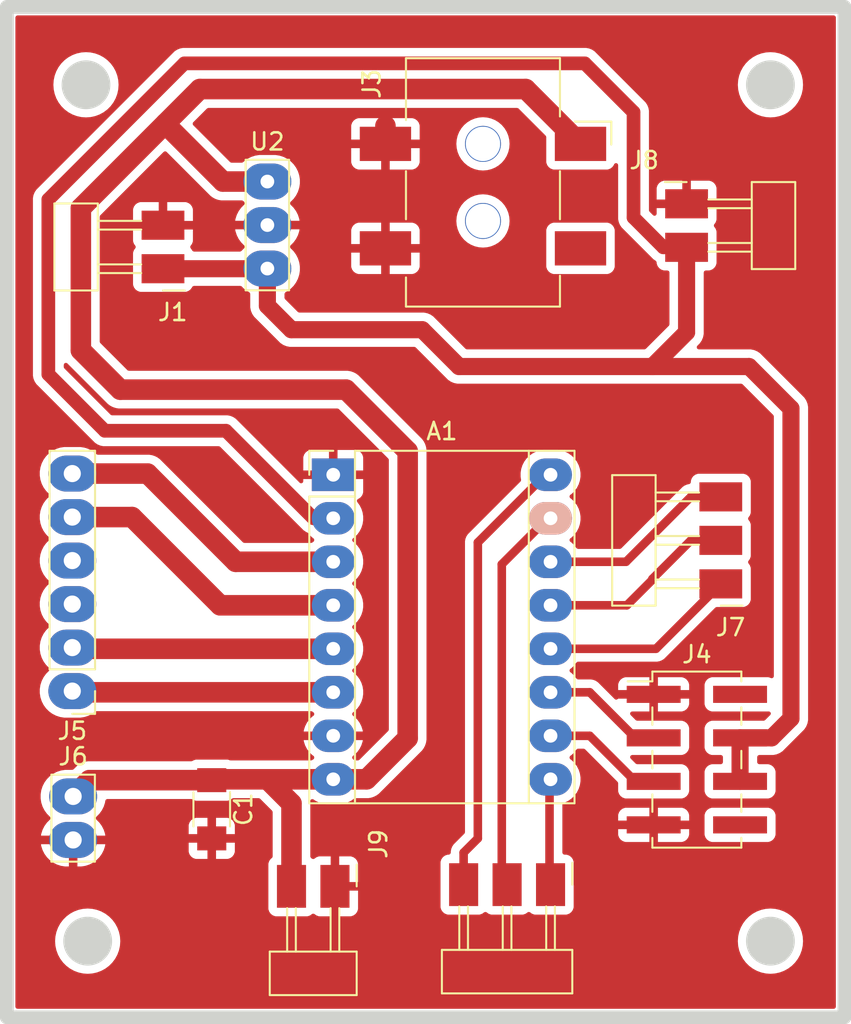
<source format=kicad_pcb>
(kicad_pcb (version 20240108) (generator "pcbnew") (generator_version "8.0")
  (layers (0 "F.Cu" signal) (31 "B.Cu" signal) (34 "B.Paste" user) (35 "F.Paste" user) (36 "B.SilkS" user "B.Silkscreen") (37 "F.SilkS" user "F.Silkscreen") (38 "B.Mask" user) (39 "F.Mask" user) (44 "Edge.Cuts" user))
  (net 0 "")
  (net 1 "GND")
  (net 2 "PWR_5V")
  (net 4 "Net-(A1-B1)")
  (net 5 "Net-(A1-A2)")
  (net 7 "Net-(A1-B2)")
  (net 8 "+12V")
  (net 9 "Net-(A1-~{EN})")
  (net 10 "Net-(A1-DIR)")
  (net 11 "Net-(A1-STEP)")
  (net 12 "M1")
  (net 13 "M0")
  (net 16 "Net-(A1-~{SLP})")
  (net 17 "A1")
  (net 18 "Net-(A1-~{RST})")
  (net 19 "PDN")
  (footprint "fab:PinHeader_1x02_P2.54mm_Horizontal_SMD" (layer "F.Cu") (at 146.1 82.74 180)
    (property "Reference" "J1" (at -1.524 -2.54 180) (layer "F.SilkS") (effects (justify right)))
    (property "Value" "Conn_PinHeader_1x02_P2.54mm_Horizontal_SMD" (hide yes))
    (fp_line (start 6.35 3.81) (end 3.81 3.81) (stroke (width 0.12)) (layer "F.SilkS"))
    (fp_line (start 6.35 -1.27) (end 6.35 3.81) (stroke (width 0.12)) (layer "F.SilkS"))
    (fp_line (start 3.81 3.81) (end 3.81 -1.27) (stroke (width 0.12)) (layer "F.SilkS"))
    (fp_line (start 3.81 2.794) (end 1.27 2.794) (stroke (width 0.12)) (layer "F.SilkS"))
    (fp_line (start 3.81 2.286) (end 1.27 2.286) (stroke (width 0.12)) (layer "F.SilkS"))
    (fp_line (start 3.81 0.254) (end 1.27 0.254) (stroke (width 0.12)) (layer "F.SilkS"))
    (fp_line (start 3.81 -0.254) (end 1.27 -0.254) (stroke (width 0.12)) (layer "F.SilkS"))
    (fp_line (start 3.81 -1.27) (end 6.35 -1.27) (stroke (width 0.12)) (layer "F.SilkS"))
    (fp_line (start -1.27 -1.27) (end 0 -1.27) (stroke (width 0.12)) (layer "F.SilkS"))
    (pad "1" smd rect (at 0 0 180) (size 2.5 1.7) (layers "F.Cu" "F.Paste" "F.Mask") (net 2 "PWR_5V"))
    (pad "2" smd rect (at 0 2.54 180) (size 2.5 1.7) (layers "F.Cu" "F.Paste" "F.Mask") (net 1 "GND"))
  )
  (footprint "fab:PinHeader_1x03_P2.54mm_Vertical_THT_D1mm" (layer "F.Cu") (at 152.2 77.65)
    (property "Reference" "U2" (at 0 -2.33 0) (layer "F.SilkS"))
    (property "Value" "L7805")
    (fp_line (start -1.27 -1.27) (end -1.27 6.35) (stroke (width 0.12)) (layer "F.SilkS"))
    (fp_line (start -1.27 -1.27) (end 1.27 -1.27) (stroke (width 0.12)) (layer "F.SilkS"))
    (fp_line (start -1.27 6.35) (end 1.27 6.35) (stroke (width 0.12)) (layer "F.SilkS"))
    (fp_line (start 1.27 -1.27) (end 1.27 6.35) (stroke (width 0.12)) (layer "F.SilkS"))
    (pad "1" thru_hole oval (at 0 0) (size 2.8 2.1) (drill 0.8) (layers "*.Cu" "*.Mask") (net 8 "+12V"))
    (pad "2" thru_hole oval (at 0 2.54) (size 2.8 2.1) (drill 0.8) (layers "*.Cu" "*.Mask") (net 1 "GND"))
    (pad "3" thru_hole oval (at 0 5.08) (size 2.8 2.1) (drill 0.8) (layers "*.Cu" "*.Mask") (net 2 "PWR_5V"))
  )
  (footprint "fab:C_1206" (layer "F.Cu") (at 148.95 114.3 -90)
    (property "Reference" "C1" (at 0 -1.85 90) (layer "F.SilkS"))
    (property "Value" "C_1206" (hide yes))
    (fp_line (start 1 1.07) (end -1 1.07) (stroke (width 0.12)) (layer "F.SilkS"))
    (fp_line (start -1 -1.07) (end 1 -1.07) (stroke (width 0.12)) (layer "F.SilkS"))
    (pad "1" smd rect (at -1.7 0 270) (size 1.4 1.7) (layers "F.Cu" "F.Paste" "F.Mask") (net 8 "+12V"))
    (pad "2" smd rect (at 1.7 0 270) (size 1.4 1.7) (layers "F.Cu" "F.Paste" "F.Mask") (net 1 "GND"))
  )
  (footprint "fab:PinHeader_2x04_P2.54mm_Vertical_SMD" (layer "F.Cu") (at 177.3 111.4)
    (property "Reference" "J4" (at 0 -6.14 0) (layer "F.SilkS"))
    (property "Value" "Conn_PinHeader_2x04_P2.54mm_Vertical_SMD" (hide yes))
    (fp_line (start -4.04 -4.57) (end -2.6 -4.57) (stroke (width 0.12)) (layer "F.SilkS"))
    (fp_line (start -2.6 -5.14) (end -2.6 -4.57) (stroke (width 0.12)) (layer "F.SilkS"))
    (fp_line (start -2.6 -5.14) (end 2.6 -5.14) (stroke (width 0.12)) (layer "F.SilkS"))
    (fp_line (start -2.6 -3.05) (end -2.6 -2.03) (stroke (width 0.12)) (layer "F.SilkS"))
    (fp_line (start -2.6 -0.51) (end -2.6 0.51) (stroke (width 0.12)) (layer "F.SilkS"))
    (fp_line (start -2.6 2.03) (end -2.6 3.05) (stroke (width 0.12)) (layer "F.SilkS"))
    (fp_line (start -2.6 4.57) (end -2.6 5.14) (stroke (width 0.12)) (layer "F.SilkS"))
    (fp_line (start -2.6 5.14) (end 2.6 5.14) (stroke (width 0.12)) (layer "F.SilkS"))
    (fp_line (start 2.6 -5.14) (end 2.6 -4.57) (stroke (width 0.12)) (layer "F.SilkS"))
    (fp_line (start 2.6 -3.05) (end 2.6 -2.03) (stroke (width 0.12)) (layer "F.SilkS"))
    (fp_line (start 2.6 -0.51) (end 2.6 0.51) (stroke (width 0.12)) (layer "F.SilkS"))
    (fp_line (start 2.6 2.03) (end 2.6 3.05) (stroke (width 0.12)) (layer "F.SilkS"))
    (fp_line (start 2.6 4.57) (end 2.6 5.14) (stroke (width 0.12)) (layer "F.SilkS"))
    (pad "1" smd rect (at -2.525 -3.81) (size 3.15 1) (layers "F.Cu" "F.Paste" "F.Mask") (net 1 "GND"))
    (pad "2" smd rect (at 2.525 -3.81) (size 3.15 1) (layers "F.Cu" "F.Paste" "F.Mask"))
    (pad "3" smd rect (at -2.525 -1.27) (size 3.15 1) (layers "F.Cu" "F.Paste" "F.Mask") (net 12 "M1"))
    (pad "4" smd rect (at 2.525 -1.27) (size 3.15 1) (layers "F.Cu" "F.Paste" "F.Mask") (net 2 "PWR_5V"))
    (pad "5" smd rect (at -2.525 1.27) (size 3.15 1) (layers "F.Cu" "F.Paste" "F.Mask") (net 13 "M0"))
    (pad "6" smd rect (at 2.525 1.27) (size 3.15 1) (layers "F.Cu" "F.Paste" "F.Mask") (net 2 "PWR_5V"))
    (pad "7" smd rect (at -2.525 3.81) (size 3.15 1) (layers "F.Cu" "F.Paste" "F.Mask") (net 1 "GND"))
    (pad "8" smd rect (at 2.525 3.81) (size 3.15 1) (layers "F.Cu" "F.Paste" "F.Mask"))
  )
  (footprint "fab:PinHeader_1x03_P2.54mm_Horizontal_SMD" (layer "F.Cu") (at 178.7 101.14 180)
    (property "Reference" "J7" (at -1.524 -2.54 180) (layer "F.SilkS") (effects (justify right)))
    (property "Value" "Conn_PinHeader_1x03_P2.54mm_Horizontal_SMD" (hide yes))
    (fp_line (start 6.35 6.35) (end 3.81 6.35) (stroke (width 0.12)) (layer "F.SilkS"))
    (fp_line (start 6.35 -1.27) (end 6.35 6.35) (stroke (width 0.12)) (layer "F.SilkS"))
    (fp_line (start 3.81 6.35) (end 3.81 -1.27) (stroke (width 0.12)) (layer "F.SilkS"))
    (fp_line (start 3.81 5.334) (end 1.27 5.334) (stroke (width 0.12)) (layer "F.SilkS"))
    (fp_line (start 3.81 4.826) (end 1.27 4.826) (stroke (width 0.12)) (layer "F.SilkS"))
    (fp_line (start 3.81 2.794) (end 1.27 2.794) (stroke (width 0.12)) (layer "F.SilkS"))
    (fp_line (start 3.81 2.286) (end 1.27 2.286) (stroke (width 0.12)) (layer "F.SilkS"))
    (fp_line (start 3.81 0.254) (end 1.27 0.254) (stroke (width 0.12)) (layer "F.SilkS"))
    (fp_line (start 3.81 -0.254) (end 1.27 -0.254) (stroke (width 0.12)) (layer "F.SilkS"))
    (fp_line (start 3.81 -1.27) (end 6.35 -1.27) (stroke (width 0.12)) (layer "F.SilkS"))
    (fp_line (start -1.27 -1.27) (end 0 -1.27) (stroke (width 0.12)) (layer "F.SilkS"))
    (pad "1" smd rect (at 0 0 180) (size 2.5 1.7) (layers "F.Cu" "F.Paste" "F.Mask") (net 19 "PDN"))
    (pad "2" smd rect (at 0 2.54 180) (size 2.5 1.7) (layers "F.Cu" "F.Paste" "F.Mask") (net 18 "Net-(A1-~{RST})"))
    (pad "3" smd rect (at 0 5.08 180) (size 2.5 1.7) (layers "F.Cu" "F.Paste" "F.Mask") (net 16 "Net-(A1-~{SLP})"))
  )
  (footprint "fab:CUIDevices_PJ-002AH-SMT-TR_PWRJack_2x5.5mm" (layer "F.Cu") (at 164.8 78.45 -90)
    (property "Reference" "J3" (at -6.5 6.5 90) (layer "F.SilkS"))
    (property "Value" "Conn_PWRJack_2x5.5mm_CUIDevices_PJ-002AH-SMT-TR" (hide yes))
    (fp_line (start -8 4.5) (end -4.39 4.5) (stroke (width 0.12)) (layer "F.SilkS"))
    (fp_line (start -8 4.5) (end -8 -4.5) (stroke (width 0.12)) (layer "F.SilkS"))
    (fp_line (start -1.4 4.5) (end 1.4 4.5) (stroke (width 0.12)) (layer "F.SilkS"))
    (fp_line (start 6.5 4.5) (end 4.8 4.5) (stroke (width 0.12)) (layer "F.SilkS"))
    (fp_line (start -8 -4.5) (end -4.6 -4.5) (stroke (width 0.12)) (layer "F.SilkS"))
    (fp_line (start -1.4 -4.5) (end 1.4 -4.5) (stroke (width 0.12)) (layer "F.SilkS"))
    (fp_line (start 4.7 -4.5) (end 6.5 -4.5) (stroke (width 0.12)) (layer "F.SilkS"))
    (fp_line (start 6.5 -4.5) (end 6.5 4.5) (stroke (width 0.12)) (layer "F.SilkS"))
    (fp_line (start -4.3 -7.5) (end -4.3 -5.36) (stroke (width 0.12)) (layer "F.SilkS"))
    (fp_line (start -2.96 -7.5) (end -4.3 -7.5) (stroke (width 0.12)) (layer "F.SilkS"))
    (pad "" thru_hole circle (at -3 0) (size 2.1 2.1) (drill 2) (layers "*.Cu" "*.Mask"))
    (pad "" thru_hole circle (at 1.5 0) (size 2.1 2.1) (drill 2) (layers "*.Cu" "*.Mask"))
    (pad "1" smd rect (at -3 -5.7) (size 3 2) (layers "F.Cu" "F.Paste" "F.Mask") (net 8 "+12V"))
    (pad "1" smd rect (at 3.1 -5.7) (size 3 2) (layers "F.Cu" "F.Paste" "F.Mask") (net 8 "+12V"))
    (pad "2" smd rect (at 3.1 5.7) (size 3 2) (layers "F.Cu" "F.Paste" "F.Mask") (net 1 "GND"))
    (pad "3" smd rect (at -3 5.7) (size 3 2) (layers "F.Cu" "F.Paste" "F.Mask") (net 1 "GND"))
  )
  (footprint "fab:PinHeader_1x02_P2.54mm_Horizontal_SMD" (layer "F.Cu") (at 156.15 118.8 -90)
    (property "Reference" "J9" (at -1.524 -2.54 90) (layer "F.SilkS") (effects (justify left)))
    (property "Value" "Conn_PinHeader_1x02_P2.54mm_Horizontal_SMD" (hide yes))
    (fp_line (start 3.81 3.81) (end 3.81 -1.27) (stroke (width 0.12)) (layer "F.SilkS"))
    (fp_line (start 6.35 3.81) (end 3.81 3.81) (stroke (width 0.12)) (layer "F.SilkS"))
    (fp_line (start 3.81 2.794) (end 1.27 2.794) (stroke (width 0.12)) (layer "F.SilkS"))
    (fp_line (start 3.81 2.286) (end 1.27 2.286) (stroke (width 0.12)) (layer "F.SilkS"))
    (fp_line (start 3.81 0.254) (end 1.27 0.254) (stroke (width 0.12)) (layer "F.SilkS"))
    (fp_line (start 3.81 -0.254) (end 1.27 -0.254) (stroke (width 0.12)) (layer "F.SilkS"))
    (fp_line (start -1.27 -1.27) (end 0 -1.27) (stroke (width 0.12)) (layer "F.SilkS"))
    (fp_line (start 3.81 -1.27) (end 6.35 -1.27) (stroke (width 0.12)) (layer "F.SilkS"))
    (fp_line (start 6.35 -1.27) (end 6.35 3.81) (stroke (width 0.12)) (layer "F.SilkS"))
    (pad "1" smd rect (at 0 0 270) (size 2.5 1.7) (layers "F.Cu" "F.Paste" "F.Mask") (net 1 "GND"))
    (pad "2" smd rect (at 0 2.54 270) (size 2.5 1.7) (layers "F.Cu" "F.Paste" "F.Mask") (net 8 "+12V"))
  )
  (footprint "fab:PinHeader_1x06_P2.54mm_Vertical_THT_D1mm" (layer "F.Cu") (at 140.8 107.4 180)
    (property "Reference" "J5" (at 0 -2.33 180) (layer "F.SilkS"))
    (property "Value" "Conn_PinHeader_1x06_P2.54mm_Vertical_THT_D1mm" (hide yes))
    (fp_line (start 1.33 1.27) (end 1.33 14.03) (stroke (width 0.12)) (layer "F.SilkS"))
    (fp_line (start -1.33 14.03) (end 1.33 14.03) (stroke (width 0.12)) (layer "F.SilkS"))
    (fp_line (start -1.33 1.27) (end 1.33 1.27) (stroke (width 0.12)) (layer "F.SilkS"))
    (fp_line (start -1.33 1.27) (end -1.33 14.03) (stroke (width 0.12)) (layer "F.SilkS"))
    (fp_line (start -1.33 0) (end -1.33 -1.33) (stroke (width 0.12)) (layer "F.SilkS"))
    (fp_line (start -1.33 -1.33) (end 0 -1.33) (stroke (width 0.12)) (layer "F.SilkS"))
    (pad "1" thru_hole oval (at 0 0 180) (size 2.8 2.1) (drill 1) (layers "*.Cu" "*.Mask") (net 7 "Net-(A1-B2)"))
    (pad "2" thru_hole oval (at 0 2.54 180) (size 2.8 2.1) (drill 1) (layers "*.Cu" "*.Mask") (net 4 "Net-(A1-B1)"))
    (pad "3" thru_hole oval (at 0 5.08 180) (size 2.8 2.1) (drill 1) (layers "*.Cu" "*.Mask"))
    (pad "4" thru_hole oval (at 0 7.62 180) (size 2.8 2.1) (drill 1) (layers "*.Cu" "*.Mask"))
    (pad "5" thru_hole oval (at 0 10.16 180) (size 2.8 2.1) (drill 1) (layers "*.Cu" "*.Mask") (net 17 "A1"))
    (pad "6" thru_hole oval (at 0 12.7 180) (size 2.8 2.1) (drill 1) (layers "*.Cu" "*.Mask") (net 5 "Net-(A1-A2)"))
  )
  (footprint "Module:Pololu_Breakout-16_15.2x20.3mm" (layer "F.Cu") (at 156.05 94.77)
    (property "Reference" "A1" (at 6.35 -2.54 0) (layer "F.SilkS"))
    (property "Value" "Pololu_Breakout_DRV8825" (hide yes))
    (fp_line (start -1.4 -1.4) (end -1.4 0) (stroke (width 0.12)) (layer "F.SilkS"))
    (fp_line (start -1.4 1.27) (end -1.4 19.18) (stroke (width 0.12)) (layer "F.SilkS"))
    (fp_line (start -1.4 19.18) (end 14.1 19.18) (stroke (width 0.12)) (layer "F.SilkS"))
    (fp_line (start 0 -1.4) (end -1.4 -1.4) (stroke (width 0.12)) (layer "F.SilkS"))
    (fp_line (start 1.27 -1.4) (end 1.27 1.27) (stroke (width 0.12)) (layer "F.SilkS"))
    (fp_line (start 1.27 1.27) (end -1.4 1.27) (stroke (width 0.12)) (layer "F.SilkS"))
    (fp_line (start 1.27 1.27) (end 1.27 19.18) (stroke (width 0.12)) (layer "F.SilkS"))
    (fp_line (start 11.43 -1.4) (end 11.43 19.18) (stroke (width 0.12)) (layer "F.SilkS"))
    (fp_line (start 14.1 -1.4) (end 1.27 -1.4) (stroke (width 0.12)) (layer "F.SilkS"))
    (fp_line (start 14.1 19.18) (end 14.1 -1.4) (stroke (width 0.12)) (layer "F.SilkS"))
    (pad "1" thru_hole rect (at 0 0) (size 2.5 1.9) (drill 0.8) (layers "*.Cu" "*.Mask") (net 1 "GND"))
    (pad "2" thru_hole oval (at 0 2.54) (size 2.5 1.9) (drill 0.8) (layers "*.Cu" "*.Mask") (net 2 "PWR_5V"))
    (pad "3" thru_hole oval (at 0 5.08) (size 2.5 1.9) (drill 0.8) (layers "*.Cu" "*.Mask") (net 5 "Net-(A1-A2)"))
    (pad "4" thru_hole oval (at 0 7.62) (size 2.5 1.9) (drill 0.8) (layers "*.Cu" "*.Mask") (net 17 "A1"))
    (pad "5" thru_hole oval (at 0 10.16) (size 2.5 1.9) (drill 0.8) (layers "*.Cu" "*.Mask") (net 4 "Net-(A1-B1)"))
    (pad "6" thru_hole oval (at 0 12.7) (size 2.5 1.9) (drill 0.8) (layers "*.Cu" "*.Mask") (net 7 "Net-(A1-B2)"))
    (pad "7" thru_hole oval (at 0 15.24) (size 2.5 1.9) (drill 0.8) (layers "*.Cu" "*.Mask") (net 1 "GND"))
    (pad "8" thru_hole oval (at 0 17.78) (size 2.5 1.9) (drill 0.8) (layers "*.Cu" "*.Mask") (net 8 "+12V"))
    (pad "9" thru_hole oval (at 12.7 17.78) (size 2.5 1.9) (drill 0.8) (layers "*.Cu" "*.Mask") (net 9 "Net-(A1-~{EN})"))
    (pad "10" thru_hole oval (at 12.7 15.24) (size 2.5 1.9) (drill 0.8) (layers "*.Cu" "*.Mask") (net 13 "M0"))
    (pad "11" thru_hole oval (at 12.7 12.7) (size 2.5 1.9) (drill 0.8) (layers "*.Cu" "*.Mask") (net 12 "M1"))
    (pad "12" thru_hole oval (at 12.7 10.16) (size 2.5 1.9) (drill 0.8) (layers "*.Cu" "*.Mask" "F.Paste") (net 19 "PDN"))
    (pad "13" thru_hole oval (at 12.7 7.62) (size 2.5 1.9) (drill 0.8) (layers "*.Cu" "*.Mask") (net 18 "Net-(A1-~{RST})"))
    (pad "14" thru_hole oval (at 12.7 5.08) (size 2.5 1.9) (drill 0.8) (layers "*.Cu" "*.Mask") (net 16 "Net-(A1-~{SLP})"))
    (pad "15" thru_hole oval (at 12.7 2.54) (size 2.5 1.9) (drill 0.8) (layers "*.Cu" "B.SilkS" "F.Mask") (net 11 "Net-(A1-STEP)"))
    (pad "16" thru_hole oval (at 12.7 0) (size 2.5 1.9) (drill 0.8) (layers "*.Cu" "*.Mask") (net 10 "Net-(A1-DIR)"))
  )
  (footprint "fab:PinHeader_1x03_P2.54mm_Horizontal_SMD" (layer "F.Cu") (at 168.75 118.7 -90)
    (property "Reference" "J2" (hide yes))
    (property "Value" "Conn_PinHeader_1x03_P2.54mm_Horizontal_SMD" (hide yes))
    (fp_line (start 3.81 6.35) (end 3.81 -1.27) (stroke (width 0.12)) (layer "F.SilkS"))
    (fp_line (start 6.35 6.35) (end 3.81 6.35) (stroke (width 0.12)) (layer "F.SilkS"))
    (fp_line (start 3.81 5.334) (end 1.27 5.334) (stroke (width 0.12)) (layer "F.SilkS"))
    (fp_line (start 3.81 4.826) (end 1.27 4.826) (stroke (width 0.12)) (layer "F.SilkS"))
    (fp_line (start 3.81 2.794) (end 1.27 2.794) (stroke (width 0.12)) (layer "F.SilkS"))
    (fp_line (start 3.81 2.286) (end 1.27 2.286) (stroke (width 0.12)) (layer "F.SilkS"))
    (fp_line (start 3.81 0.254) (end 1.27 0.254) (stroke (width 0.12)) (layer "F.SilkS"))
    (fp_line (start 3.81 -0.254) (end 1.27 -0.254) (stroke (width 0.12)) (layer "F.SilkS"))
    (fp_line (start -1.27 -1.27) (end 0 -1.27) (stroke (width 0.12)) (layer "F.SilkS"))
    (fp_line (start 3.81 -1.27) (end 6.35 -1.27) (stroke (width 0.12)) (layer "F.SilkS"))
    (fp_line (start 6.35 -1.27) (end 6.35 6.35) (stroke (width 0.12)) (layer "F.SilkS"))
    (pad "1" smd rect (at 0 0 270) (size 2.5 1.7) (layers "F.Cu" "F.Paste" "F.Mask") (net 9 "Net-(A1-~{EN})"))
    (pad "2" smd rect (at 0 2.54 270) (size 2.5 1.7) (layers "F.Cu" "F.Paste" "F.Mask") (net 11 "Net-(A1-STEP)"))
    (pad "3" smd rect (at 0 5.08 270) (size 2.5 1.7) (layers "F.Cu" "F.Paste" "F.Mask") (net 10 "Net-(A1-DIR)"))
  )
  (footprint "fab:PinHeader_1x02_P2.54mm_Vertical_THT_D1mm" (layer "F.Cu") (at 140.85 113.55)
    (property "Reference" "J6" (at 0 -2.33 0) (layer "F.SilkS"))
    (property "Value" "Conn_PinHeader_1x02_P2.54mm_Vertical_THT_D1mm" (hide yes))
    (fp_line (start -1.27 -1.27) (end -1.27 3.81) (stroke (width 0.12)) (layer "F.SilkS"))
    (fp_line (start -1.27 -1.27) (end 1.27 -1.27) (stroke (width 0.12)) (layer "F.SilkS"))
    (fp_line (start -1.27 3.81) (end 1.27 3.81) (stroke (width 0.12)) (layer "F.SilkS"))
    (fp_line (start 1.27 -1.27) (end 1.27 3.81) (stroke (width 0.12)) (layer "F.SilkS"))
    (pad "1" thru_hole oval (at 0 0) (size 2.8 2.1) (drill 1) (layers "*.Cu" "*.Mask") (net 8 "+12V"))
    (pad "2" thru_hole oval (at 0 2.54) (size 2.8 2.1) (drill 1) (layers "*.Cu" "*.Mask") (net 1 "GND"))
  )
  (footprint "fab:PinHeader_1x02_P2.54mm_Horizontal_SMD" (layer "F.Cu") (at 176.7 78.95)
    (property "Reference" "J8" (at -1.524 -2.54 0) (layer "F.SilkS") (effects (justify right)))
    (property "Value" "Conn_PinHeader_1x02_P2.54mm_Horizontal_SMD" (hide yes))
    (fp_line (start -1.27 -1.27) (end 0 -1.27) (stroke (width 0.12)) (layer "F.SilkS"))
    (fp_line (start 3.81 -1.27) (end 6.35 -1.27) (stroke (width 0.12)) (layer "F.SilkS"))
    (fp_line (start 3.81 -0.254) (end 1.27 -0.254) (stroke (width 0.12)) (layer "F.SilkS"))
    (fp_line (start 3.81 0.254) (end 1.27 0.254) (stroke (width 0.12)) (layer "F.SilkS"))
    (fp_line (start 3.81 2.286) (end 1.27 2.286) (stroke (width 0.12)) (layer "F.SilkS"))
    (fp_line (start 3.81 2.794) (end 1.27 2.794) (stroke (width 0.12)) (layer "F.SilkS"))
    (fp_line (start 3.81 3.81) (end 3.81 -1.27) (stroke (width 0.12)) (layer "F.SilkS"))
    (fp_line (start 6.35 -1.27) (end 6.35 3.81) (stroke (width 0.12)) (layer "F.SilkS"))
    (fp_line (start 6.35 3.81) (end 3.81 3.81) (stroke (width 0.12)) (layer "F.SilkS"))
    (pad "1" smd rect (at 0 0) (size 2.5 1.7) (layers "F.Cu" "F.Paste" "F.Mask") (net 1 "GND"))
    (pad "2" smd rect (at 0 2.54) (size 2.5 1.7) (layers "F.Cu" "F.Paste" "F.Mask") (net 2 "PWR_5V"))
  )
  (gr_circle (center 141.6 72) (end 143 72) (stroke (width 0.05)) (fill solid) (layer "Edge.Cuts"))
  (gr_circle (center 181.6 72) (end 183 72) (stroke (width 0.05)) (fill solid) (layer "Edge.Cuts"))
  (gr_circle (center 181.6 122) (end 183 122) (stroke (width 0.05)) (fill solid) (layer "Edge.Cuts"))
  (gr_rect (start 136.975 67.45) (end 185.925 126.45) (stroke (width 0.8)) (fill none) (layer "Edge.Cuts"))
  (gr_circle (center 141.7 122) (end 143.1 122) (stroke (width 0.05)) (fill solid) (layer "Edge.Cuts"))
  (segment (start 159.1 74.4) (end 159.1 75.35) (width 1.2) (layer "F.Cu") (net 1))
  (segment (start 179.825 110.13) (end 179.825 112.67) (width 1) (layer "F.Cu") (net 2))
  (segment (start 146.15 82.79) (end 146.1 82.74) (width 0.5) (layer "F.Cu") (net 2))
  (segment (start 163.4 88.45) (end 174.7 88.45) (width 1) (layer "F.Cu") (net 2))
  (segment (start 152.19 82.74) (end 152.2 82.73) (width 0.5) (layer "F.Cu") (net 2))
  (segment (start 182.8 90.9) (end 182.8 109) (width 1) (layer "F.Cu") (net 2))
  (segment (start 181.67 110.13) (end 179.825 110.13) (width 1) (layer "F.Cu") (net 2))
  (segment (start 152.2 84.9) (end 152.2 82.73) (width 1) (layer "F.Cu") (net 2))
  (segment (start 174.7 88.45) (end 180.35 88.45) (width 1) (layer "F.Cu") (net 2))
  (segment (start 139.4 78.7) (end 139.4 88.9) (width 0.8) (layer "F.Cu") (net 2))
  (segment (start 176.7 86.45) (end 174.7 88.45) (width 1) (layer "F.Cu") (net 2))
  (segment (start 139.4 88.9) (end 142.7 92.2) (width 0.8) (layer "F.Cu") (net 2))
  (segment (start 173.6 79.75) (end 173.6 73.6) (width 0.8) (layer "F.Cu") (net 2))
  (segment (start 182.8 109) (end 181.67 110.13) (width 1) (layer "F.Cu") (net 2))
  (segment (start 176.7 81.49) (end 176.7 86.45) (width 1) (layer "F.Cu") (net 2))
  (segment (start 146.1 82.74) (end 152.19 82.74) (width 1) (layer "F.Cu") (net 2))
  (segment (start 170.75 70.75) (end 147.35 70.75) (width 0.8) (layer "F.Cu") (net 2))
  (segment (start 173.6 73.6) (end 170.75 70.75) (width 0.8) (layer "F.Cu") (net 2))
  (segment (start 176.7 81.49) (end 175.34 81.49) (width 0.8) (layer "F.Cu") (net 2))
  (segment (start 161.25 86.3) (end 153.6 86.3) (width 1) (layer "F.Cu") (net 2))
  (segment (start 149.78 92.2) (end 154.89 97.31) (width 0.8) (layer "F.Cu") (net 2))
  (segment (start 142.7 92.2) (end 149.78 92.2) (width 0.8) (layer "F.Cu") (net 2))
  (segment (start 163.4 88.45) (end 161.25 86.3) (width 1) (layer "F.Cu") (net 2))
  (segment (start 154.89 97.31) (end 156.05 97.31) (width 0.5) (layer "F.Cu") (net 2))
  (segment (start 153.6 86.3) (end 152.2 84.9) (width 1) (layer "F.Cu") (net 2))
  (segment (start 163.4 88.45) (end 162.35 87.4) (width 0.5) (layer "F.Cu") (net 2))
  (segment (start 180.35 88.45) (end 182.8 90.9) (width 1) (layer "F.Cu") (net 2))
  (segment (start 175.34 81.49) (end 173.6 79.75) (width 0.8) (layer "F.Cu") (net 2))
  (segment (start 147.35 70.75) (end 139.4 78.7) (width 0.8) (layer "F.Cu") (net 2))
  (segment (start 156.05 104.93) (end 140.87 104.93) (width 1.2) (layer "F.Cu") (net 4))
  (segment (start 140.87 104.93) (end 140.8 104.86) (width 0.5) (layer "F.Cu") (net 4))
  (segment (start 150.35 99.85) (end 145.2 94.7) (width 1.2) (layer "F.Cu") (net 5))
  (segment (start 145.2 94.7) (end 140.8 94.7) (width 1.2) (layer "F.Cu") (net 5))
  (segment (start 156.05 99.85) (end 150.35 99.85) (width 1.2) (layer "F.Cu") (net 5))
  (segment (start 140.87 107.47) (end 140.8 107.4) (width 0.5) (layer "F.Cu") (net 7))
  (segment (start 156.05 107.47) (end 140.87 107.47) (width 1.2) (layer "F.Cu") (net 7))
  (segment (start 158 112.55) (end 160.4 110.15) (width 1.2) (layer "F.Cu") (net 8))
  (segment (start 153.61 118.8) (end 153.61 113.96) (width 1.2) (layer "F.Cu") (net 8))
  (segment (start 167.3 72.25) (end 170.5 75.45) (width 1.2) (layer "F.Cu") (net 8))
  (segment (start 143.6 89.8) (end 141.3 87.5) (width 1.2) (layer "F.Cu") (net 8))
  (segment (start 156.05 112.55) (end 152.2 112.55) (width 1.2) (layer "F.Cu") (net 8))
  (segment (start 148.25 72.25) (end 167.3 72.25) (width 1.2) (layer "F.Cu") (net 8))
  (segment (start 152.2 112.55) (end 149 112.55) (width 1.2) (layer "F.Cu") (net 8))
  (segment (start 160.4 93.4) (end 156.8 89.8) (width 1.2) (layer "F.Cu") (net 8))
  (segment (start 141.3 87.5) (end 141.3 79.2) (width 1.2) (layer "F.Cu") (net 8))
  (segment (start 149.6 77.65) (end 146.25 74.3) (width 1.2) (layer "F.Cu") (net 8))
  (segment (start 156.8 89.8) (end 143.6 89.8) (width 1.2) (layer "F.Cu") (net 8))
  (segment (start 148.95 112.6) (end 141.8 112.6) (width 1.2) (layer "F.Cu") (net 8))
  (segment (start 141.8 112.6) (end 140.85 113.55) (width 1.2) (layer "F.Cu") (net 8))
  (segment (start 160.4 110.15) (end 160.4 93.4) (width 1.2) (layer "F.Cu") (net 8))
  (segment (start 153.61 113.96) (end 152.2 112.55) (width 1.2) (layer "F.Cu") (net 8))
  (segment (start 156.05 112.55) (end 158 112.55) (width 1.2) (layer "F.Cu") (net 8))
  (segment (start 146.25 74.3) (end 146.25 74.25) (width 1.2) (layer "F.Cu") (net 8))
  (segment (start 141.3 79.2) (end 148.25 72.25) (width 1.2) (layer "F.Cu") (net 8))
  (segment (start 152.2 77.65) (end 149.6 77.65) (width 1.2) (layer "F.Cu") (net 8))
  (segment (start 149 112.55) (end 148.95 112.6) (width 1.2) (layer "F.Cu") (net 8))
  (segment (start 168.75 112.55) (end 168.69 112.61) (width 0.5) (layer "F.Cu") (net 9))
  (segment (start 168.69 112.61) (end 168.69 118.64) (width 0.5) (layer "F.Cu") (net 9))
  (segment (start 168.69 118.64) (end 168.75 118.7) (width 0.5) (layer "F.Cu") (net 9))
  (segment (start 168.45 94.77) (end 164.5 98.72) (width 0.5) (layer "F.Cu") (net 10))
  (segment (start 164.5 98.72) (end 164.5 116) (width 0.5) (layer "F.Cu") (net 10))
  (segment (start 164.5 116) (end 163.67 116.83) (width 0.5) (layer "F.Cu") (net 10))
  (segment (start 168.75 94.77) (end 168.45 94.77) (width 0.5) (layer "F.Cu") (net 10))
  (segment (start 163.67 116.83) (end 163.67 118.7) (width 0.5) (layer "F.Cu") (net 10))
  (segment (start 168.585837 97.31) (end 165.9 99.995837) (width 0.5) (layer "F.Cu") (net 11))
  (segment (start 165.9 118.39) (end 166.21 118.7) (width 0.5) (layer "F.Cu") (net 11))
  (segment (start 168.75 97.31) (end 168.585837 97.31) (width 0.5) (layer "F.Cu") (net 11))
  (segment (start 165.9 99.995837) (end 165.9 118.39) (width 0.5) (layer "F.Cu") (net 11))
  (segment (start 171.04 107.47) (end 168.75 107.47) (width 0.5) (layer "F.Cu") (net 12))
  (segment (start 174.775 110.13) (end 173.7 110.13) (width 0.5) (layer "F.Cu") (net 12))
  (segment (start 173.7 110.13) (end 171.04 107.47) (width 0.5) (layer "F.Cu") (net 12))
  (segment (start 171.04 110.01) (end 168.75 110.01) (width 0.5) (layer "F.Cu") (net 13))
  (segment (start 173.7 112.67) (end 171.04 110.01) (width 0.5) (layer "F.Cu") (net 13))
  (segment (start 174.775 112.67) (end 173.7 112.67) (width 0.5) (layer "F.Cu") (net 13))
  (segment (start 176.95 96.06) (end 173.16 99.85) (width 0.5) (layer "F.Cu") (net 16))
  (segment (start 178.7 96.06) (end 176.95 96.06) (width 0.5) (layer "F.Cu") (net 16))
  (segment (start 173.16 99.85) (end 168.75 99.85) (width 0.5) (layer "F.Cu") (net 16))
  (segment (start 149.44 102.39) (end 144.29 97.24) (width 1.2) (layer "F.Cu") (net 17))
  (segment (start 156.05 102.39) (end 149.44 102.39) (width 1.2) (layer "F.Cu") (net 17))
  (segment (start 144.29 97.24) (end 140.8 97.24) (width 1.2) (layer "F.Cu") (net 17))
  (segment (start 173.21 102.39) (end 168.75 102.39) (width 0.5) (layer "F.Cu") (net 18))
  (segment (start 178.7 98.6) (end 176.95 98.6) (width 0.5) (layer "F.Cu") (net 18))
  (segment (start 174.7 100.9) (end 173.21 102.39) (width 0.5) (layer "F.Cu") (net 18))
  (segment (start 176.95 98.6) (end 174.7 100.85) (width 0.5) (layer "F.Cu") (net 18))
  (segment (start 174.7 100.85) (end 174.7 100.9) (width 0.5) (layer "F.Cu") (net 18))
  (segment (start 174.91 104.93) (end 168.75 104.93) (width 0.5) (layer "F.Cu") (net 19))
  (segment (start 178.7 101.14) (end 174.91 104.93) (width 0.5) (layer "F.Cu") (net 19))
  (zone (net 1) (net_name "GND") (layer "F.Cu") (connect_pads (clearance 0.5)) (min_thickness 0.25) (fill yes (thermal_gap 0.5) (thermal_bridge_width 0.5))
    (polygon (pts (xy 186 126.4) (xy 186 67.6) (xy 136.95 67.6) (xy 136.95 126.2)))
  )
)
</source>
